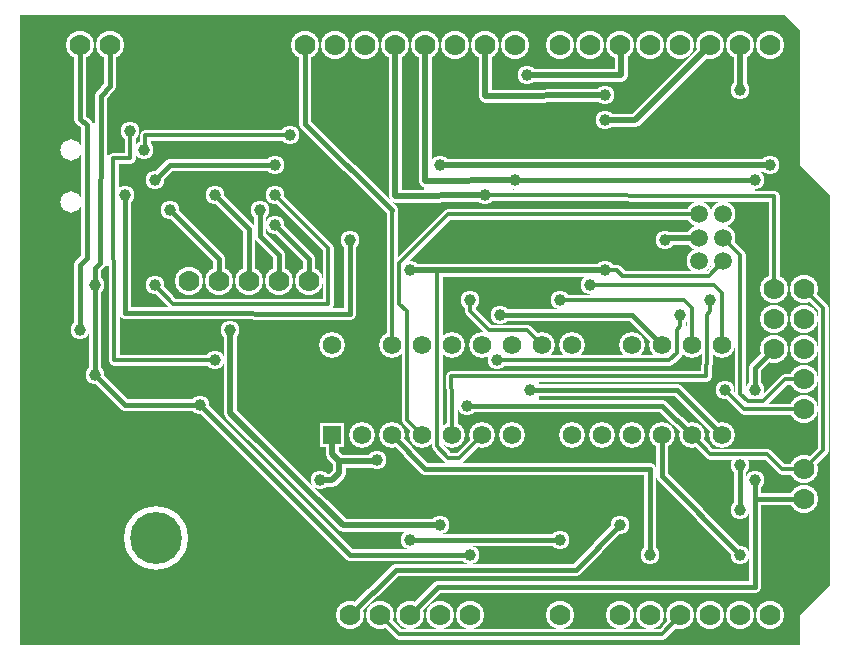
<source format=gbr>
G04 GERBER FORMAT: RX-274-X*
G04 BOARD: AMICUS24*
G04 ARTWORK OF SOLD.LAYERPOSITIVE SUPERIMPOSED ON NEGATIVE*
%ASAXBY*%
%FSTAX24Y24*%
%MIA0B0*%
%MOIN*%
%OFA0.0000B0.0000*%
%SFA1B1*%
%IJA0B0*%
%INLAYER29NEGPOS*%
%IOA0B0*%
%IPPOS*%
%IR0*%
G04 APERTURE LIST*
%ADD10C,0.00039*%
%ADD12C,0.00077*%
%ADD13R,0.00077X0.00077*%
%ADD14C,0.0010*%
%ADD16C,0.00118*%
%ADD18C,0.00136*%
%ADD19R,0.00136X0.00136*%
%ADD20C,0.0020*%
%ADD21R,0.0020X0.0020*%
%ADD22C,0.00236*%
%ADD24C,0.0030*%
%ADD25R,0.0030X0.0030*%
%ADD26C,0.00313*%
%ADD27R,0.00313X0.00313*%
%ADD28C,0.00353*%
%ADD29R,0.00353X0.00353*%
%ADD30C,0.00394*%
%ADD32C,0.0040*%
%ADD33R,0.0040X0.0040*%
%ADD34C,0.00472*%
%ADD36C,0.0050*%
%ADD37R,0.0050X0.0050*%
%ADD38C,0.00551*%
%ADD39R,0.00551X0.00551*%
%ADD40C,0.00591*%
%ADD41R,0.00591X0.00591*%
%ADD42C,0.00609*%
%ADD43R,0.00609X0.00609*%
%ADD44C,0.00659*%
%ADD45R,0.00659X0.00659*%
%ADD46C,0.00668*%
%ADD47R,0.00668X0.00668*%
%ADD48C,0.0067*%
%ADD49R,0.0067X0.0067*%
%ADD50C,0.00707*%
%ADD51R,0.00707X0.00707*%
%ADD52C,0.00746*%
%ADD53R,0.00746X0.00746*%
%ADD54C,0.00787*%
%ADD55R,0.00787X0.00787*%
%ADD56C,0.00799*%
%ADD58C,0.0080*%
%ADD60C,0.00904*%
%ADD61R,0.00904X0.00904*%
%ADD62C,0.00945*%
%ADD63R,0.00945X0.00945*%
%ADD64C,0.00975*%
%ADD65R,0.00975X0.00975*%
%ADD66C,0.00984*%
%ADD67R,0.00984X0.00984*%
%ADD68C,0.0100*%
%ADD69R,0.0100X0.0100*%
%ADD70C,0.01102*%
%ADD71R,0.01102X0.01102*%
%ADD72C,0.01181*%
%ADD74C,0.01194*%
%ADD76C,0.0120*%
%ADD78C,0.0122*%
%ADD79R,0.0122X0.0122*%
%ADD80C,0.0124*%
%ADD81R,0.0124X0.0124*%
%ADD82C,0.0130*%
%ADD84C,0.01337*%
%ADD85R,0.01337X0.01337*%
%ADD86C,0.01339*%
%ADD88C,0.01417*%
%ADD90C,0.0150*%
%ADD91R,0.0150X0.0150*%
%ADD92C,0.01575*%
%ADD94C,0.0160*%
%ADD96C,0.01969*%
%ADD97R,0.01969X0.01969*%
%ADD98C,0.0200*%
%ADD100C,0.0200*%
%ADD101R,0.0200X0.0200*%
%ADD102C,0.02008*%
%ADD103R,0.02008X0.02008*%
%ADD104C,0.02165*%
%ADD105R,0.02165X0.02165*%
%ADD106C,0.02362*%
%ADD107R,0.02362X0.02362*%
%ADD108C,0.0240*%
%ADD109R,0.0240X0.0240*%
%ADD110C,0.0240*%
%ADD111R,0.0240X0.0240*%
%ADD112C,0.02439*%
%ADD113R,0.02439X0.02439*%
%ADD114C,0.0250*%
%ADD115R,0.0250X0.0250*%
%ADD116C,0.02559*%
%ADD117R,0.02559X0.02559*%
%ADD118C,0.02598*%
%ADD119R,0.02598X0.02598*%
%ADD120C,0.02636*%
%ADD122C,0.0270*%
%ADD123R,0.0270X0.0270*%
%ADD124C,0.02756*%
%ADD125R,0.02756X0.02756*%
%ADD126C,0.02794*%
%ADD128C,0.0280*%
%ADD130C,0.02854*%
%ADD131R,0.02854X0.02854*%
%ADD132C,0.02872*%
%ADD134C,0.0290*%
%ADD136C,0.02951*%
%ADD137R,0.02951X0.02951*%
%ADD138C,0.02953*%
%ADD139R,0.02953X0.02953*%
%ADD140C,0.02991*%
%ADD142C,0.0300*%
%ADD143R,0.0300X0.0300*%
%ADD144C,0.03059*%
%ADD145R,0.03059X0.03059*%
%ADD146C,0.0307*%
%ADD147R,0.0307X0.0307*%
%ADD148C,0.03187*%
%ADD149R,0.03187X0.03187*%
%ADD150C,0.03199*%
%ADD151R,0.03199X0.03199*%
%ADD152C,0.0320*%
%ADD153R,0.0320X0.0320*%
%ADD154C,0.03248*%
%ADD155R,0.03248X0.03248*%
%ADD156C,0.03345*%
%ADD157R,0.03345X0.03345*%
%ADD158C,0.03346*%
%ADD159R,0.03346X0.03346*%
%ADD160C,0.03375*%
%ADD161R,0.03375X0.03375*%
%ADD162C,0.03425*%
%ADD163R,0.03425X0.03425*%
%ADD164C,0.0350*%
%ADD165R,0.0350X0.0350*%
%ADD166C,0.03502*%
%ADD167R,0.03502X0.03502*%
%ADD168C,0.03581*%
%ADD170C,0.03594*%
%ADD171R,0.03594X0.03594*%
%ADD172C,0.0360*%
%ADD173R,0.0360X0.0360*%
%ADD174C,0.0362*%
%ADD175R,0.0362X0.0362*%
%ADD176C,0.0364*%
%ADD177R,0.0364X0.0364*%
%ADD178C,0.0370*%
%ADD180C,0.03739*%
%ADD182C,0.03817*%
%ADD184C,0.0390*%
%ADD185R,0.0390X0.0390*%
%ADD186C,0.03937*%
%ADD187R,0.03937X0.03937*%
%ADD188C,0.03975*%
%ADD190C,0.0400*%
%ADD191R,0.0400X0.0400*%
%ADD192C,0.04035*%
%ADD193R,0.04035X0.04035*%
%ADD194C,0.04173*%
%ADD195R,0.04173X0.04173*%
%ADD196C,0.04232*%
%ADD197R,0.04232X0.04232*%
%ADD198C,0.04331*%
%ADD199R,0.04331X0.04331*%
%ADD200C,0.04369*%
%ADD201R,0.04369X0.04369*%
%ADD202C,0.0440*%
%ADD203R,0.0440X0.0440*%
%ADD204C,0.04408*%
%ADD205R,0.04408X0.04408*%
%ADD206C,0.0450*%
%ADD207R,0.0450X0.0450*%
%ADD208C,0.04565*%
%ADD209R,0.04565X0.04565*%
%ADD210C,0.0460*%
%ADD211R,0.0460X0.0460*%
%ADD212C,0.0470*%
%ADD213R,0.0470X0.0470*%
%ADD214C,0.04724*%
%ADD215R,0.04724X0.04724*%
%ADD216C,0.04762*%
%ADD217R,0.04762X0.04762*%
%ADD218C,0.0480*%
%ADD219R,0.0480X0.0480*%
%ADD220C,0.04803*%
%ADD221R,0.04803X0.04803*%
%ADD222C,0.0490*%
%ADD223R,0.0490X0.0490*%
%ADD224C,0.04959*%
%ADD225R,0.04959X0.04959*%
%ADD226C,0.04998*%
%ADD227R,0.04998X0.04998*%
%ADD228C,0.0500*%
%ADD229R,0.0500X0.0500*%
%ADD230C,0.05118*%
%ADD231R,0.05118X0.05118*%
%ADD232C,0.05156*%
%ADD233R,0.05156X0.05156*%
%ADD234C,0.05254*%
%ADD235R,0.05254X0.05254*%
%ADD236C,0.05315*%
%ADD237R,0.05315X0.05315*%
%ADD238C,0.05353*%
%ADD239R,0.05353X0.05353*%
%ADD240C,0.0540*%
%ADD243R,0.0550X0.0550*%
%ADD245R,0.05512X0.05512*%
%ADD247R,0.05531X0.05531*%
%ADD249R,0.05551X0.05551*%
%ADD250C,0.0560*%
%ADD251R,0.0560X0.0560*%
%ADD253R,0.05648X0.05648*%
%ADD255R,0.0570X0.0570*%
%ADD257R,0.05746X0.05746*%
%ADD259R,0.05748X0.05748*%
%ADD261R,0.0580X0.0580*%
%ADD263R,0.05825X0.05825*%
%ADD265R,0.0590X0.0590*%
%ADD266C,0.05906*%
%ADD267R,0.05906X0.05906*%
%ADD268C,0.0600*%
%ADD269R,0.0600X0.0600*%
%ADD270C,0.06181*%
%ADD271R,0.06181X0.06181*%
%ADD272C,0.0620*%
%ADD273R,0.0620X0.0620*%
%ADD274C,0.06201*%
%ADD275R,0.06201X0.06201*%
%ADD276C,0.06299*%
%ADD277R,0.06299X0.06299*%
%ADD278C,0.0630*%
%ADD279R,0.0630X0.0630*%
%ADD280C,0.06337*%
%ADD281R,0.06337X0.06337*%
%ADD282C,0.06398*%
%ADD283R,0.06398X0.06398*%
%ADD284C,0.0640*%
%ADD285R,0.0640X0.0640*%
%ADD286C,0.06435*%
%ADD287R,0.06435X0.06435*%
%ADD288C,0.0650*%
%ADD289R,0.0650X0.0650*%
%ADD290C,0.06632*%
%ADD291R,0.06632X0.06632*%
%ADD292C,0.06693*%
%ADD293R,0.06693X0.06693*%
%ADD294C,0.06731*%
%ADD295R,0.06731X0.06731*%
%ADD296C,0.0680*%
%ADD297R,0.0680X0.0680*%
%ADD298C,0.0690*%
%ADD299R,0.0690X0.0690*%
%ADD300C,0.06906*%
%ADD301R,0.06906X0.06906*%
%ADD302C,0.06969*%
%ADD303R,0.06969X0.06969*%
%ADD304C,0.06988*%
%ADD305R,0.06988X0.06988*%
%ADD306C,0.0700*%
%ADD307R,0.0700X0.0700*%
%ADD308C,0.07087*%
%ADD309R,0.07087X0.07087*%
%ADD310C,0.0710*%
%ADD311R,0.0710X0.0710*%
%ADD312C,0.07124*%
%ADD313R,0.07124X0.07124*%
%ADD314C,0.0720*%
%ADD315R,0.0720X0.0720*%
%ADD316C,0.07203*%
%ADD317R,0.07203X0.07203*%
%ADD318C,0.0730*%
%ADD319R,0.0730X0.0730*%
%ADD320C,0.0740*%
%ADD321R,0.0740X0.0740*%
%ADD322C,0.0748*%
%ADD323R,0.0748X0.0748*%
%ADD324C,0.0750*%
%ADD325R,0.0750X0.0750*%
%ADD326C,0.07598*%
%ADD327R,0.07598X0.07598*%
%ADD328C,0.0760*%
%ADD329R,0.0760X0.0760*%
%ADD330C,0.07677*%
%ADD331R,0.07677X0.07677*%
%ADD332C,0.07715*%
%ADD333R,0.07715X0.07715*%
%ADD334C,0.07874*%
%ADD335R,0.07874X0.07874*%
%ADD336C,0.0790*%
%ADD337R,0.0790X0.0790*%
%ADD338C,0.07912*%
%ADD339R,0.07912X0.07912*%
%ADD340C,0.07931*%
%ADD341R,0.07931X0.07931*%
%ADD342C,0.07951*%
%ADD343R,0.07951X0.07951*%
%ADD344C,0.0800*%
%ADD345R,0.0800X0.0800*%
%ADD346C,0.0810*%
%ADD347R,0.0810X0.0810*%
%ADD348C,0.08148*%
%ADD349R,0.08148X0.08148*%
%ADD350C,0.08189*%
%ADD351R,0.08189X0.08189*%
%ADD352C,0.0820*%
%ADD353R,0.0820X0.0820*%
%ADD354C,0.08268*%
%ADD355R,0.08268X0.08268*%
%ADD356C,0.08306*%
%ADD357R,0.08306X0.08306*%
%ADD358C,0.0840*%
%ADD359R,0.0840X0.0840*%
%ADD360C,0.0850*%
%ADD361R,0.0850X0.0850*%
%ADD362C,0.08581*%
%ADD363R,0.08581X0.08581*%
%ADD364C,0.08598*%
%ADD365R,0.08598X0.08598*%
%ADD366C,0.0860*%
%ADD367R,0.0860X0.0860*%
%ADD368C,0.08601*%
%ADD369R,0.08601X0.08601*%
%ADD370C,0.08661*%
%ADD371R,0.08661X0.08661*%
%ADD372C,0.08699*%
%ADD373R,0.08699X0.08699*%
%ADD374C,0.0870*%
%ADD375R,0.0870X0.0870*%
%ADD376C,0.08798*%
%ADD377R,0.08798X0.08798*%
%ADD378C,0.0890*%
%ADD379R,0.0890X0.0890*%
%ADD380C,0.0900*%
%ADD381R,0.0900X0.0900*%
%ADD382C,0.09055*%
%ADD383R,0.09055X0.09055*%
%ADD384C,0.09093*%
%ADD385R,0.09093X0.09093*%
%ADD386C,0.09369*%
%ADD387R,0.09369X0.09369*%
%ADD388C,0.09388*%
%ADD389R,0.09388X0.09388*%
%ADD390C,0.0940*%
%ADD391R,0.0940X0.0940*%
%ADD392C,0.09449*%
%ADD393R,0.09449X0.09449*%
%ADD394C,0.09487*%
%ADD395R,0.09487X0.09487*%
%ADD396C,0.09547*%
%ADD397R,0.09547X0.09547*%
%ADD398C,0.09685*%
%ADD399R,0.09685X0.09685*%
%ADD400C,0.0970*%
%ADD401R,0.0970X0.0970*%
%ADD402C,0.09843*%
%ADD403R,0.09843X0.09843*%
%ADD404C,0.0988*%
%ADD405R,0.0988X0.0988*%
%ADD406C,0.0990*%
%ADD407R,0.0990X0.0990*%
%ADD408C,0.09998*%
%ADD410C,0.1000*%
%ADD411R,0.1000X0.1000*%
%ADD412C,0.10039*%
%ADD413R,0.10039X0.10039*%
%ADD414C,0.10077*%
%ADD415R,0.10077X0.10077*%
%ADD416C,0.1020*%
%ADD417R,0.1020X0.1020*%
%ADD418C,0.10236*%
%ADD419R,0.10236X0.10236*%
%ADD420C,0.10274*%
%ADD421R,0.10274X0.10274*%
%ADD422C,0.1040*%
%ADD423R,0.1040X0.1040*%
%ADD424C,0.10589*%
%ADD425R,0.10589X0.10589*%
%ADD426C,0.1063*%
%ADD427R,0.1063X0.1063*%
%ADD428C,0.10668*%
%ADD429R,0.10668X0.10668*%
%ADD430C,0.1090*%
%ADD431R,0.1090X0.1090*%
%ADD432C,0.10998*%
%ADD433R,0.10998X0.10998*%
%ADD434C,0.1100*%
%ADD435R,0.1100X0.1100*%
%ADD436C,0.11024*%
%ADD437R,0.11024X0.11024*%
%ADD438C,0.11061*%
%ADD439R,0.11061X0.11061*%
%ADD440C,0.1110*%
%ADD441R,0.1110X0.1110*%
%ADD442C,0.11161*%
%ADD443R,0.11161X0.11161*%
%ADD444C,0.1120*%
%ADD445R,0.1120X0.1120*%
%ADD446C,0.1140*%
%ADD447R,0.1140X0.1140*%
%ADD448C,0.11417*%
%ADD449R,0.11417X0.11417*%
%ADD450C,0.11455*%
%ADD451R,0.11455X0.11455*%
%ADD452C,0.1150*%
%ADD453R,0.1150X0.1150*%
%ADD454C,0.11811*%
%ADD455R,0.11811X0.11811*%
%ADD456C,0.11849*%
%ADD457R,0.11849X0.11849*%
%ADD458C,0.11947*%
%ADD459R,0.11947X0.11947*%
%ADD460C,0.1200*%
%ADD461R,0.1200X0.1200*%
%ADD462C,0.12085*%
%ADD463R,0.12085X0.12085*%
%ADD464C,0.1210*%
%ADD465R,0.1210X0.1210*%
%ADD466C,0.12106*%
%ADD467R,0.12106X0.12106*%
%ADD468C,0.12243*%
%ADD469R,0.12243X0.12243*%
%ADD470C,0.1240*%
%ADD471R,0.1240X0.1240*%
%ADD472C,0.12439*%
%ADD473R,0.12439X0.12439*%
%ADD474C,0.1250*%
%ADD475R,0.1250X0.1250*%
%ADD476C,0.12559*%
%ADD477R,0.12559X0.12559*%
%ADD478C,0.1260*%
%ADD479R,0.1260X0.1260*%
%ADD480C,0.12636*%
%ADD481R,0.12636X0.12636*%
%ADD482C,0.12992*%
%ADD483R,0.12992X0.12992*%
%ADD484C,0.1300*%
%ADD485R,0.1300X0.1300*%
%ADD486C,0.1340*%
%ADD487R,0.1340X0.1340*%
%ADD488C,0.13561*%
%ADD489R,0.13561X0.13561*%
%ADD490C,0.1360*%
%ADD491R,0.1360X0.1360*%
%ADD492C,0.1390*%
%ADD493R,0.1390X0.1390*%
%ADD494C,0.1420*%
%ADD495R,0.1420X0.1420*%
%ADD496C,0.1440*%
%ADD497R,0.1440X0.1440*%
%ADD498C,0.14506*%
%ADD499R,0.14506X0.14506*%
%ADD500C,0.14567*%
%ADD501R,0.14567X0.14567*%
%ADD502C,0.1490*%
%ADD503R,0.1490X0.1490*%
%ADD504C,0.14959*%
%ADD505R,0.14959X0.14959*%
%ADD506C,0.1520*%
%ADD507R,0.1520X0.1520*%
%ADD508C,0.15354*%
%ADD509R,0.15354X0.15354*%
%ADD510C,0.15374*%
%ADD511R,0.15374X0.15374*%
%ADD512C,0.15394*%
%ADD513R,0.15394X0.15394*%
%ADD514C,0.1540*%
%ADD515R,0.1540X0.1540*%
%ADD516C,0.1600*%
%ADD517R,0.1600X0.1600*%
%ADD518C,0.1624*%
%ADD519R,0.1624X0.1624*%
%ADD520C,0.1660*%
%ADD521R,0.1660X0.1660*%
%ADD522C,0.1700*%
%ADD524C,0.17323*%
%ADD526C,0.1760*%
%ADD527R,0.1760X0.1760*%
%ADD528C,0.1770*%
%ADD529R,0.1770X0.1770*%
%ADD530C,0.17717*%
%ADD531R,0.17717X0.17717*%
%ADD532C,0.17774*%
%ADD533R,0.17774X0.17774*%
%ADD534C,0.17794*%
%ADD535R,0.17794X0.17794*%
%ADD536C,0.1850*%
%ADD537R,0.1850X0.1850*%
%ADD538C,0.18504*%
%ADD540C,0.1864*%
%ADD541R,0.1864X0.1864*%
%ADD542C,0.18898*%
%ADD544C,0.2010*%
%ADD545R,0.2010X0.2010*%
%ADD546C,0.20117*%
%ADD547R,0.20117X0.20117*%
%ADD548C,0.2090*%
%ADD549R,0.2090X0.2090*%
%ADD550C,0.20904*%
%ADD552C,0.2126*%
%ADD554C,0.21298*%
%ADD556C,0.21299*%
%ADD557R,0.21299X0.21299*%
%ADD558C,0.22835*%
%ADD561R,0.23622X0.23622*%
%ADD563R,0.23699X0.23699*%
%ADD565R,0.24937X0.24937*%
%ADD567R,0.26022X0.26022*%
%ADD569R,0.27337X0.27337*%
%ADD571R,0.31496X0.31496*%
%ADD573R,0.32811X0.32811*%
%ADD575R,0.33896X0.33896*%
%ADD577R,0.35211X0.35211*%
%ADD579R,0.43996X0.43996*%
%ADD581R,0.46396X0.46396*%
%ADD582C,0.56396*%
%ADD583R,0.56396X0.56396*%
%ADD584C,0.66396*%
%ADD585R,0.66396X0.66396*%
%ADD586C,0.76396*%
%ADD587R,0.76396X0.76396*%
%ADD588C,0.86396*%
%ADD589R,0.86396X0.86396*%
%ADD590C,0.96396*%
%ADD591R,0.96396X0.96396*%
%ADD592C,1.06396*%
%ADD593R,1.06396X1.06396*%
%ADD594C,1.16396*%
%ADD595R,1.16396X1.16396*%
%ADD596C,1.26396*%
%ADD597R,1.26396X1.26396*%
%ADD598C,1.36396*%
%ADD599R,1.36396X1.36396*%
%ADD600C,1.46396*%
%ADD601R,1.46396X1.46396*%
%ADD602C,1.56396*%
%ADD603R,1.56396X1.56396*%
%ADD604C,1.66396*%
%ADD605R,1.66396X1.66396*%
%ADD606C,1.76396*%
%ADD607R,1.76396X1.76396*%
%ADD608C,1.86396*%
%ADD609R,1.86396X1.86396*%
%ADD610C,1.96396*%
%ADD611R,1.96396X1.96396*%
G04*
%LNLLAYER29CPOURD*%
%LPD*%
G36*
X001Y02D02*
X001125Y021D01*
X0255Y021D01*
X026Y0205D01*
X026Y016D01*
X027Y015D01*
X027Y002D01*
X026Y001D01*
X026Y0D01*
X0Y0D01*
X0Y021D01*
X000875Y021D01*
X001Y02D01*
G37*
G36*
X001Y02D02*
X000625Y021D01*
X001375Y021D01*
X001Y02D01*
G37*
%LNLLAYER29CRELIEVEC*%
%LPC*%
G36*
X023258Y011358D02*
X023258Y010236D01*
X022982Y010236D01*
X022982Y011358D01*
X023258Y011358D01*
G37*
G36*
X022244Y01065D02*
X022244Y010266D01*
X021939Y010266D01*
X021939Y01065D01*
X022244Y01065D01*
G37*
G36*
X01997Y012431D02*
X01997Y012116D01*
X019104Y012116D01*
X019104Y012431D01*
X01997Y012431D01*
G37*
G36*
X021969Y011427D02*
X021969Y011004D01*
X018061Y011004D01*
X018061Y011427D01*
X021969Y011427D01*
G37*
G36*
X02189Y011122D02*
X02189Y010285D01*
X021339Y010285D01*
X021339Y011122D01*
X02189Y011122D01*
G37*
G36*
X021388Y011132D02*
X021388Y010394D01*
X020974Y010394D01*
X020974Y011132D01*
X021388Y011132D01*
G37*
G36*
X021102Y011161D02*
X021102Y01063D01*
X02065Y01063D01*
X02065Y011161D01*
X021102Y011161D01*
G37*
G36*
X0231Y011909D02*
X0231Y010974D01*
X019006Y010974D01*
X019006Y011909D01*
X0231Y011909D01*
G37*
G36*
X022825Y011102D02*
X022825Y010246D01*
X0225Y010246D01*
X0225Y011102D01*
X022825Y011102D01*
G37*
G36*
X017087Y010384D02*
X017087Y009636D01*
X016565Y009636D01*
X016565Y010384D01*
X017087Y010384D01*
G37*
G36*
X016161Y010384D02*
X016161Y009715D01*
X015679Y009715D01*
X015679Y010384D01*
X016161Y010384D01*
G37*
G36*
X016417Y015394D02*
X016417Y015108D01*
X015669Y015108D01*
X015669Y015394D01*
X016417Y015394D01*
G37*
G36*
X024488Y015384D02*
X024488Y015069D01*
X016467Y015069D01*
X016467Y015384D01*
X024488Y015384D01*
G37*
G36*
X015413Y015394D02*
X015413Y015128D01*
X013465Y015128D01*
X013465Y015394D01*
X015413Y015394D01*
G37*
G36*
X012746Y01124D02*
X012746Y010207D01*
X01252Y010207D01*
X01252Y01124D01*
X012746Y01124D01*
G37*
G36*
X01376Y009902D02*
X01376Y007313D01*
X012992Y007313D01*
X012992Y009902D01*
X01376Y009902D01*
G37*
G36*
X023376Y014419D02*
X023376Y012825D01*
X022648Y012825D01*
X022648Y014419D01*
X023376Y014419D01*
G37*
G36*
X016378Y015866D02*
X016378Y015541D01*
X013652Y015541D01*
X013652Y015866D01*
X016378Y015866D01*
G37*
G36*
X024409Y015876D02*
X024409Y015463D01*
X016545Y015463D01*
X016545Y015876D01*
X024409Y015876D01*
G37*
G36*
X024439Y005522D02*
X024439Y004518D01*
X024114Y004518D01*
X024114Y005522D01*
X024439Y005522D01*
G37*
G36*
X003012Y016339D02*
X003012Y012657D01*
X002746Y012657D01*
X002746Y016339D01*
X003012Y016339D01*
G37*
G36*
X002136Y012057D02*
X002136Y013061D01*
X002539Y013061D01*
X002539Y012057D01*
X002136Y012057D01*
G37*
G36*
X002264Y013022D02*
X002264Y017421D01*
X00248Y017421D01*
X00248Y013022D01*
X002264Y013022D01*
G37*
G36*
X002402Y012077D02*
X002402Y010522D01*
X002047Y010522D01*
X002047Y012077D01*
X002402Y012077D01*
G37*
G36*
X017024Y008835D02*
X017024Y008016D01*
X014539Y008016D01*
X014539Y008835D01*
X017024Y008835D01*
G37*
G36*
X017303Y008868D02*
X017303Y00813D01*
X0169Y00813D01*
X0169Y008868D01*
X017303Y008868D01*
G37*
G36*
X023888Y012707D02*
X023888Y009911D01*
X023061Y009911D01*
X023061Y012707D01*
X023888Y012707D01*
G37*
G36*
X01377Y012451D02*
X01377Y010118D01*
X012677Y010118D01*
X012677Y012451D01*
X01377Y012451D01*
G37*
G36*
X013965Y003862D02*
X013965Y003657D01*
X013134Y003657D01*
X013134Y003862D01*
X013965Y003862D01*
G37*
G36*
X014937Y003366D02*
X014937Y003134D01*
X013055Y003134D01*
X013055Y003366D01*
X014937Y003366D01*
G37*
D390*
X005625Y012125D02*D03*
X006625Y012125D02*D03*
X007625Y012125D02*D03*
X008625Y012125D02*D03*
X009625Y012125D02*D03*
D359*
X010375Y007D02*D03*
D366*
X011375Y007D02*D03*
X012375Y007D02*D03*
X013375Y007D02*D03*
X014375Y007D02*D03*
X015375Y007D02*D03*
X016375Y007D02*D03*
X018375Y007D02*D03*
X019375Y007D02*D03*
X020375Y007D02*D03*
X021375Y007D02*D03*
X022375Y007D02*D03*
X023375Y007D02*D03*
X023375Y01D02*D03*
X022375Y01D02*D03*
X021375Y01D02*D03*
X020375Y01D02*D03*
X018375Y01D02*D03*
X017375Y01D02*D03*
X016375Y01D02*D03*
X015375Y01D02*D03*
X014375Y01D02*D03*
X013375Y01D02*D03*
X012375Y01D02*D03*
X010375Y01D02*D03*
D390*
X011Y001D02*D03*
X012Y001D02*D03*
X013Y001D02*D03*
X014Y001D02*D03*
X015Y001D02*D03*
X018Y001D02*D03*
D312*
X001681Y016493D02*D03*
X001681Y014761D02*D03*
D390*
X0165Y02D02*D03*
X0155Y02D02*D03*
X0145Y02D02*D03*
X0135Y02D02*D03*
X0125Y02D02*D03*
X0115Y02D02*D03*
X0105Y02D02*D03*
X0095Y02D02*D03*
X025Y02D02*D03*
X024Y02D02*D03*
X023Y02D02*D03*
X022Y02D02*D03*
X021Y02D02*D03*
X02Y02D02*D03*
X019Y02D02*D03*
X018Y02D02*D03*
X02Y001D02*D03*
X021Y001D02*D03*
X022Y001D02*D03*
X023Y001D02*D03*
X024Y001D02*D03*
X025Y001D02*D03*
D460*
X026Y003D02*D03*
X006Y02D02*D03*
X026Y014D02*D03*
D552*
X00453Y003573D02*D03*
D356*
X022638Y012795D02*D03*
X022638Y013583D02*D03*
X022638Y01437D02*D03*
D390*
X002Y02D02*D03*
X003Y02D02*D03*
X025125Y011875D02*D03*
X026125Y011875D02*D03*
X025125Y010875D02*D03*
X026125Y010875D02*D03*
X025125Y009875D02*D03*
X026125Y009875D02*D03*
X026125Y008875D02*D03*
X026125Y007875D02*D03*
X026125Y005875D02*D03*
X026125Y004875D02*D03*
D460*
X001Y001D02*D03*
D356*
X023425Y012795D02*D03*
X023425Y013583D02*D03*
X023425Y01437D02*D03*
D280*
X015Y003D02*D03*
X006Y008D02*D03*
X0025Y012D02*D03*
X0025Y009D02*D03*
X002Y0105D02*D03*
X007Y0105D02*D03*
X014Y004D02*D03*
X014875Y007972D02*D03*
X018Y0035D02*D03*
X013Y0035D02*D03*
X024Y006D02*D03*
X024Y0045D02*D03*
X021Y003D02*D03*
X0045Y0155D02*D03*
X0085Y016D02*D03*
X009Y017D02*D03*
X024Y0185D02*D03*
X023Y0115D02*D03*
X0065Y0095D02*D03*
X003658Y017127D02*D03*
X019498Y018327D02*D03*
X02Y004D02*D03*
X004113Y016522D02*D03*
X024Y003D02*D03*
X022Y011D02*D03*
X015875Y0095D02*D03*
X017Y0085D02*D03*
X019Y012D02*D03*
X018Y0115D02*D03*
X0155Y015D02*D03*
X015Y0115D02*D03*
X0165Y0155D02*D03*
X0245Y0155D02*D03*
X005Y0145D02*D03*
X011875Y006188D02*D03*
X0245Y0055D02*D03*
X0245Y0085D02*D03*
X01Y0055D02*D03*
X0065Y015D02*D03*
D96* 
X002Y009688D02*D03*
D280*
X0195Y0125D02*D03*
X013Y0125D02*D03*
X0195Y0175D02*D03*
X008Y0145D02*D03*
X0085Y014D02*D03*
X0235Y0085D02*D03*
X0215Y0135D02*D03*
X014Y016D02*D03*
X025Y016D02*D03*
X0085Y015D02*D03*
X0045Y012D02*D03*
X011Y0135D02*D03*
X0035Y015D02*D03*
X016Y011D02*D03*
X01688Y019016D02*D03*
D96* 
X0175Y011875D02*D03*
X019875Y0105D02*D03*
X017875Y0105D02*D03*
X0175Y01725D02*D03*
X0175Y013625D02*D03*
X007375Y015D02*D03*
X0005Y005875D02*D03*
X0005Y0085D02*D03*
D94* 
X0015Y013875D02*
X0015Y00572D01*
X00197Y00525D01*
X017Y0045D02*
X010875Y0045D01*
D100*
X008Y0075D02*
X008Y0105D01*
D94* 
X005Y0055D02*
X00222Y0055D01*
X00197Y00525D01*
D92* 
X003152Y001802D02*
X00197Y001802D01*
X00197Y003573D01*
D94* 
X00197Y003573D02*
X00197Y00525D01*
D92* 
X006Y0145D02*
X00547Y01502D01*
X00452Y01502D01*
X004Y0145D01*
D72* 
X008Y0105D02*
X007999Y00915D01*
D100*
X007999Y00915D02*
X011375Y00915D01*
X011375Y01D01*
D188*
X015Y003D02*
X011Y003D01*
X006Y008D01*
D190*
X0025Y012D02*
X0025Y012579D01*
X002672Y01275D01*
X002677Y018299D01*
X003Y018625D01*
X003Y02D01*
X0025Y009D02*
X0035Y008D01*
X006Y008D01*
D188*
X0025Y009D02*
X0025Y012D01*
D202*
X014Y004D02*
X01075Y004D01*
X007Y00775D01*
X007Y0105D01*
D190*
X002Y0105D02*
X001988Y012677D01*
X00222Y012906D01*
X002229Y017333D01*
X002008Y017547D01*
X002Y02D01*
D182*
X026125Y005875D02*
X02675Y0065D01*
X02675Y01125D01*
X026125Y011875D01*
D188*
X022375Y007D02*
X021403Y007972D01*
X014875Y007972D01*
D168*
X022375Y007D02*
X023Y006375D01*
X024875Y006375D01*
X025375Y005875D01*
X026125Y005875D01*
D190*
X013Y0035D02*
X018Y0035D01*
D188*
X024Y0045D02*
X024Y006D01*
X021Y003D02*
X021Y003625D01*
X020979Y005891D01*
X0135Y005875D01*
X012375Y007D01*
D182*
X022Y001D02*
X021375Y000375D01*
X012625Y000375D01*
X012Y001D01*
D190*
X0085Y016D02*
X005Y016D01*
X0045Y0155D01*
D180*
X004155Y017004D02*
X004155Y017011D01*
X004155Y017011D01*
X004164Y016626D01*
X004113Y016522D01*
X009Y017D02*
X004155Y017004D01*
D202*
X024Y0185D02*
X024Y02D01*
D182*
X023Y0115D02*
X023Y011125D01*
X022875Y011D01*
X022875Y00975D01*
X022874Y008964D01*
X014372Y008964D01*
X014375Y008125D01*
X014375Y007D01*
X003658Y017127D02*
X003658Y016239D01*
X0031Y016239D01*
X00311Y009508D01*
X006Y0095D01*
X0065Y0095D01*
D202*
X019498Y018327D02*
X015492Y018317D01*
X0155Y02D01*
D188*
X02Y004D02*
X018513Y002511D01*
X012513Y002511D01*
X011Y001D01*
X024Y003D02*
X021375Y005625D01*
X021375Y007D01*
D182*
X015875Y0095D02*
X021625Y0095D01*
X021875Y00975D01*
X021875Y0105D01*
X022Y010625D01*
X022Y011D01*
D202*
X01688Y019016D02*
X02001Y019016D01*
X02002Y02001D01*
D168*
X02002Y02001D02*
X02Y02D01*
D188*
X017Y0085D02*
X021875Y0085D01*
X023375Y007D01*
D168*
X019Y012D02*
X023125Y012D01*
X023375Y01175D01*
X023375Y01D01*
D182*
X018Y0115D02*
X022125Y0115D01*
X022375Y01125D01*
X022375Y01D01*
X0155Y015D02*
X025118Y01499D01*
X025125Y013375D01*
X025125Y011875D01*
D202*
X0155Y015D02*
X0125Y01499D01*
X0125Y0165D01*
X0125Y02D01*
D182*
X015Y0115D02*
X015Y011125D01*
X015625Y0105D01*
X016875Y0105D01*
X017375Y01D01*
D190*
X0165Y0155D02*
X0245Y0155D01*
D202*
X0165Y0155D02*
X013494Y015482D01*
X0135Y015875D01*
X0135Y02D01*
D188*
X005Y0145D02*
X006625Y012875D01*
X006625Y012125D01*
X0245Y004875D02*
X026125Y004875D01*
X013Y001D02*
X013918Y001933D01*
X024498Y001929D01*
X0245Y002875D01*
X0245Y004875D01*
X0245Y0055D01*
D168*
X011875Y006188D02*
X011813Y006125D01*
D202*
X011813Y006125D02*
X010625Y006125D01*
D190*
X0245Y0085D02*
X0245Y00925D01*
X025125Y009875D01*
D202*
X010625Y006125D02*
X010625Y00575D01*
X010375Y0055D01*
X01Y0055D01*
X010375Y007D02*
X010375Y006375D01*
X010625Y006125D01*
D188*
X0065Y015D02*
X007625Y013875D01*
X007625Y012125D01*
D182*
X013875Y0125D02*
X013875Y006625D01*
X01425Y00625D01*
X014625Y00625D01*
X015375Y007D01*
D202*
X0195Y0125D02*
X013875Y0125D01*
X013Y0125D01*
D182*
X0195Y0125D02*
X019875Y0125D01*
X020062Y012313D01*
X022943Y012313D01*
X023425Y012795D01*
D202*
X0195Y0175D02*
X0205Y0175D01*
X023Y02D01*
D188*
X008Y0145D02*
X008Y013625D01*
X008625Y013D01*
X008625Y012125D01*
X0085Y014D02*
X009625Y012875D01*
X009625Y012125D01*
D182*
X026125Y008875D02*
X0255Y008875D01*
X02475Y008125D01*
X02425Y008125D01*
X024Y008375D01*
X024Y013008D01*
X023425Y013583D01*
X0235Y0085D02*
X024125Y007875D01*
D168*
X024125Y007875D02*
X026125Y007875D01*
X0215Y0135D02*
X021492Y013587D01*
D202*
X021492Y013587D02*
X021958Y013583D01*
X022638Y013583D01*
X014Y016D02*
X025Y016D01*
D190*
X0095Y02D02*
X0095Y017375D01*
X012375Y0145D01*
D182*
X012375Y0145D02*
X012375Y01D01*
X0045Y012D02*
X005098Y011388D01*
X010246Y011388D01*
X01025Y012D01*
X01025Y01325D01*
X0085Y015D01*
D190*
X0035Y015D02*
X003499Y011073D01*
X004605Y011073D01*
X010999Y011058D01*
X011Y012375D01*
X011Y0135D01*
D168*
X022638Y01437D02*
X01425Y01437D01*
X012625Y012745D01*
X012625Y011375D01*
D182*
X012625Y011375D02*
X012875Y011125D01*
X012875Y0075D01*
X013375Y007D01*
D190*
X016Y011D02*
X020375Y011D01*
X021375Y01D01*
%LNLLAYER29CFILLD*%
%LPD*%
D306*
X005625Y012125D02*D03*
X006625Y012125D02*D03*
X007625Y012125D02*D03*
X008625Y012125D02*D03*
X009625Y012125D02*D03*
D269*
X010375Y007D02*D03*
D272*
X011375Y007D02*D03*
X012375Y007D02*D03*
X013375Y007D02*D03*
X014375Y007D02*D03*
X015375Y007D02*D03*
X016375Y007D02*D03*
X018375Y007D02*D03*
X019375Y007D02*D03*
X020375Y007D02*D03*
X021375Y007D02*D03*
X022375Y007D02*D03*
X023375Y007D02*D03*
X023375Y01D02*D03*
X022375Y01D02*D03*
X021375Y01D02*D03*
X020375Y01D02*D03*
X018375Y01D02*D03*
X017375Y01D02*D03*
X016375Y01D02*D03*
X015375Y01D02*D03*
X014375Y01D02*D03*
X013375Y01D02*D03*
X012375Y01D02*D03*
X010375Y01D02*D03*
D306*
X011Y001D02*D03*
X012Y001D02*D03*
X013Y001D02*D03*
X014Y001D02*D03*
X015Y001D02*D03*
X018Y001D02*D03*
X0165Y02D02*D03*
X0155Y02D02*D03*
X0145Y02D02*D03*
X0135Y02D02*D03*
X0125Y02D02*D03*
X0115Y02D02*D03*
X0105Y02D02*D03*
X0095Y02D02*D03*
X025Y02D02*D03*
X024Y02D02*D03*
X023Y02D02*D03*
X022Y02D02*D03*
X021Y02D02*D03*
X02Y02D02*D03*
X019Y02D02*D03*
X018Y02D02*D03*
X02Y001D02*D03*
X021Y001D02*D03*
X022Y001D02*D03*
X023Y001D02*D03*
X024Y001D02*D03*
X025Y001D02*D03*
D460*
X026Y003D02*D03*
X006Y02D02*D03*
X026Y014D02*D03*
D524*
X00453Y003573D02*D03*
D266*
X022638Y012795D02*D03*
X022638Y013583D02*D03*
X022638Y01437D02*D03*
D306*
X002Y02D02*D03*
X003Y02D02*D03*
X025125Y011875D02*D03*
X026125Y011875D02*D03*
X025125Y010875D02*D03*
X026125Y010875D02*D03*
X025125Y009875D02*D03*
X026125Y009875D02*D03*
X026125Y008875D02*D03*
X026125Y007875D02*D03*
X026125Y005875D02*D03*
X026125Y004875D02*D03*
D460*
X001Y001D02*D03*
D266*
X023425Y012795D02*D03*
X023425Y013583D02*D03*
X023425Y01437D02*D03*
D306*
X004Y02D02*D03*
X001Y02D02*D03*
X026125Y006875D02*D03*
D272*
X011375Y01D02*D03*
X017375Y007D02*D03*
X019375Y01D02*D03*
D306*
X017Y001D02*D03*
X016Y001D02*D03*
D524*
X003152Y001802D02*D03*
X00197Y003573D02*D03*
D186*
X008Y0075D02*D03*
X004Y0145D02*D03*
X0015Y013875D02*D03*
X017Y0045D02*D03*
X010875Y0045D02*D03*
X008Y0105D02*D03*
X005Y0055D02*D03*
X006Y0145D02*D03*
X015Y003D02*D03*
X006Y008D02*D03*
X0025Y012D02*D03*
X0025Y009D02*D03*
X002Y0105D02*D03*
X007Y0105D02*D03*
X014Y004D02*D03*
X014875Y007972D02*D03*
X018Y0035D02*D03*
X013Y0035D02*D03*
X024Y006D02*D03*
X024Y0045D02*D03*
X021Y003D02*D03*
X0045Y0155D02*D03*
X0085Y016D02*D03*
X009Y017D02*D03*
X024Y0185D02*D03*
X023Y0115D02*D03*
X0065Y0095D02*D03*
X003658Y017127D02*D03*
X019498Y018327D02*D03*
X02Y004D02*D03*
X004113Y016522D02*D03*
X024Y003D02*D03*
X022Y011D02*D03*
X015875Y0095D02*D03*
X017Y0085D02*D03*
X019Y012D02*D03*
X018Y0115D02*D03*
X0155Y015D02*D03*
X015Y0115D02*D03*
X0165Y0155D02*D03*
X0245Y0155D02*D03*
X005Y0145D02*D03*
X011875Y006188D02*D03*
X0245Y0055D02*D03*
X0245Y0085D02*D03*
X01Y0055D02*D03*
X0065Y015D02*D03*
D96* 
X002Y009688D02*D03*
D186*
X0195Y0125D02*D03*
X013Y0125D02*D03*
X0195Y0175D02*D03*
X008Y0145D02*D03*
X0085Y014D02*D03*
X0235Y0085D02*D03*
X0215Y0135D02*D03*
X014Y016D02*D03*
X025Y016D02*D03*
X0085Y015D02*D03*
X0045Y012D02*D03*
X011Y0135D02*D03*
X0035Y015D02*D03*
X016Y011D02*D03*
X01688Y019016D02*D03*
D96* 
X0175Y011875D02*D03*
X019875Y0105D02*D03*
X017875Y0105D02*D03*
X0175Y01725D02*D03*
X0175Y013625D02*D03*
X007375Y015D02*D03*
X0005Y005875D02*D03*
X0005Y0085D02*D03*
D94* 
X0015Y013875D02*
X0015Y00572D01*
X00197Y00525D01*
X017Y0045D02*
X010875Y0045D01*
D100*
X008Y0075D02*
X008Y0105D01*
D94* 
X005Y0055D02*
X00222Y0055D01*
X00197Y00525D01*
D92* 
X003152Y001802D02*
X00197Y001802D01*
X00197Y003573D01*
D94* 
X00197Y003573D02*
X00197Y00525D01*
D92* 
X006Y0145D02*
X00547Y01502D01*
X00452Y01502D01*
X004Y0145D01*
D72* 
X008Y0105D02*
X007999Y00915D01*
D100*
X007999Y00915D02*
X011375Y00915D01*
X011375Y01D01*
D92* 
X015Y003D02*
X011Y003D01*
X006Y008D01*
D94* 
X0025Y012D02*
X0025Y012579D01*
X002672Y01275D01*
X002677Y018299D01*
X003Y018625D01*
X003Y02D01*
X0025Y009D02*
X0035Y008D01*
X006Y008D01*
D92* 
X0025Y009D02*
X0025Y012D01*
D100*
X014Y004D02*
X01075Y004D01*
X007Y00775D01*
X007Y0105D01*
D94* 
X002Y0105D02*
X001988Y012677D01*
X00222Y012906D01*
X002229Y017333D01*
X002008Y017547D01*
X002Y02D01*
D88* 
X026125Y005875D02*
X02675Y0065D01*
X02675Y01125D01*
X026125Y011875D01*
D92* 
X022375Y007D02*
X021403Y007972D01*
X014875Y007972D01*
D72* 
X022375Y007D02*
X023Y006375D01*
X024875Y006375D01*
X025375Y005875D01*
X026125Y005875D01*
D94* 
X013Y0035D02*
X018Y0035D01*
D92* 
X024Y0045D02*
X024Y006D01*
X021Y003D02*
X021Y003625D01*
X020979Y005891D01*
X0135Y005875D01*
X012375Y007D01*
D88* 
X022Y001D02*
X021375Y000375D01*
X012625Y000375D01*
X012Y001D01*
D94* 
X0085Y016D02*
X005Y016D01*
X0045Y0155D01*
D86* 
X004155Y017004D02*
X004155Y017011D01*
X004155Y017011D01*
X004164Y016626D01*
X004113Y016522D01*
X009Y017D02*
X004155Y017004D01*
D100*
X024Y0185D02*
X024Y02D01*
D88* 
X023Y0115D02*
X023Y011125D01*
X022875Y011D01*
X022875Y00975D01*
X022874Y008964D01*
X014372Y008964D01*
X014375Y008125D01*
X014375Y007D01*
X003658Y017127D02*
X003658Y016239D01*
X0031Y016239D01*
X00311Y009508D01*
X006Y0095D01*
X0065Y0095D01*
D100*
X019498Y018327D02*
X015492Y018317D01*
X0155Y02D01*
D92* 
X02Y004D02*
X018513Y002511D01*
X012513Y002511D01*
X011Y001D01*
X024Y003D02*
X021375Y005625D01*
X021375Y007D01*
D88* 
X015875Y0095D02*
X021625Y0095D01*
X021875Y00975D01*
X021875Y0105D01*
X022Y010625D01*
X022Y011D01*
D100*
X01688Y019016D02*
X02001Y019016D01*
X02002Y02001D01*
D72* 
X02002Y02001D02*
X02Y02D01*
D92* 
X017Y0085D02*
X021875Y0085D01*
X023375Y007D01*
D72* 
X019Y012D02*
X023125Y012D01*
X023375Y01175D01*
X023375Y01D01*
D88* 
X018Y0115D02*
X022125Y0115D01*
X022375Y01125D01*
X022375Y01D01*
X0155Y015D02*
X025118Y01499D01*
X025125Y013375D01*
X025125Y011875D01*
D100*
X0155Y015D02*
X0125Y01499D01*
X0125Y0165D01*
X0125Y02D01*
D88* 
X015Y0115D02*
X015Y011125D01*
X015625Y0105D01*
X016875Y0105D01*
X017375Y01D01*
D94* 
X0165Y0155D02*
X0245Y0155D01*
D100*
X0165Y0155D02*
X013494Y015482D01*
X0135Y015875D01*
X0135Y02D01*
D92* 
X005Y0145D02*
X006625Y012875D01*
X006625Y012125D01*
X0245Y004875D02*
X026125Y004875D01*
X013Y001D02*
X013918Y001933D01*
X024498Y001929D01*
X0245Y002875D01*
X0245Y004875D01*
X0245Y0055D01*
D72* 
X011875Y006188D02*
X011813Y006125D01*
D100*
X011813Y006125D02*
X010625Y006125D01*
D94* 
X0245Y0085D02*
X0245Y00925D01*
X025125Y009875D01*
D100*
X010625Y006125D02*
X010625Y00575D01*
X010375Y0055D01*
X01Y0055D01*
X010375Y007D02*
X010375Y006375D01*
X010625Y006125D01*
D92* 
X0065Y015D02*
X007625Y013875D01*
X007625Y012125D01*
D88* 
X013875Y0125D02*
X013875Y006625D01*
X01425Y00625D01*
X014625Y00625D01*
X015375Y007D01*
D100*
X0195Y0125D02*
X013875Y0125D01*
X013Y0125D01*
D88* 
X0195Y0125D02*
X019875Y0125D01*
X020062Y012313D01*
X022943Y012313D01*
X023425Y012795D01*
D100*
X0195Y0175D02*
X0205Y0175D01*
X023Y02D01*
D92* 
X008Y0145D02*
X008Y013625D01*
X008625Y013D01*
X008625Y012125D01*
X0085Y014D02*
X009625Y012875D01*
X009625Y012125D01*
D88* 
X026125Y008875D02*
X0255Y008875D01*
X02475Y008125D01*
X02425Y008125D01*
X024Y008375D01*
X024Y013008D01*
X023425Y013583D01*
X0235Y0085D02*
X024125Y007875D01*
D72* 
X024125Y007875D02*
X026125Y007875D01*
X0215Y0135D02*
X021492Y013587D01*
D100*
X021492Y013587D02*
X021958Y013583D01*
X022638Y013583D01*
X014Y016D02*
X025Y016D01*
D94* 
X0095Y02D02*
X0095Y017375D01*
X012375Y0145D01*
D88* 
X012375Y0145D02*
X012375Y01D01*
X0045Y012D02*
X005098Y011388D01*
X010246Y011388D01*
X01025Y012D01*
X01025Y01325D01*
X0085Y015D01*
D94* 
X0035Y015D02*
X003499Y011073D01*
X004605Y011073D01*
X010999Y011058D01*
X011Y012375D01*
X011Y0135D01*
D72* 
X022638Y01437D02*
X01425Y01437D01*
X012625Y012745D01*
X012625Y011375D01*
D88* 
X012625Y011375D02*
X012875Y011125D01*
X012875Y0075D01*
X013375Y007D01*
D94* 
X016Y011D02*
X020375Y011D01*
X021375Y01D01*
M02*

</source>
